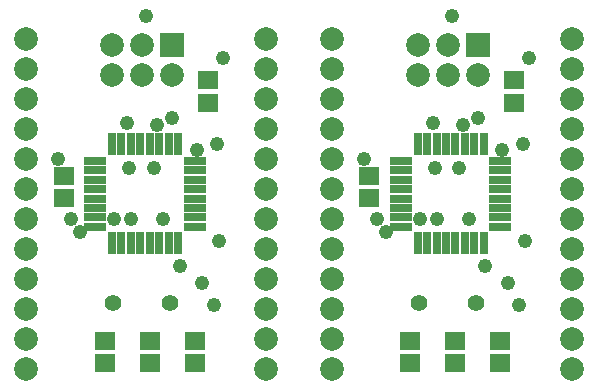
<source format=gts>
G04 DipTrace 2.2.0.9*
%INISPduino.GTS*%
%MOIN*%
%ADD28C,0.048*%
%ADD29R,0.0789X0.0789*%
%ADD31C,0.0789*%
%ADD33R,0.0671X0.0592*%
%ADD35C,0.056*%
%ADD37R,0.0277X0.0749*%
%ADD39R,0.0749X0.0277*%
%FSLAX44Y44*%
%SFA1B1*%
%OFA0B0*%
G04*
G70*
G90*
G75*
G01*
%LNTopMask*%
%LPD*%
D28*
X9378Y9878D3*
X6628Y9441D3*
X9066Y11566D3*
X9941Y8315D3*
X10691Y7753D3*
X6315Y9878D3*
X11253Y9128D3*
X7753Y9878D3*
X8315D3*
X9191Y13003D3*
X9691Y13253D3*
X11191Y12378D3*
X10503Y12191D3*
X8190Y13066D3*
X8253Y11566D3*
X5878Y11878D3*
X11378Y15254D3*
X8816Y16629D3*
X11066Y7003D3*
X19567Y9878D3*
X16816Y9441D3*
X19254Y11566D3*
X20129Y8315D3*
X20879Y7753D3*
X16504Y9878D3*
X21442Y9128D3*
X17941Y9878D3*
X18504D3*
X19379Y13003D3*
X19879Y13253D3*
X21379Y12378D3*
X20692Y12191D3*
X18379Y13066D3*
X18442Y11566D3*
X16066Y11878D3*
X21567Y15254D3*
X19004Y16629D3*
X21254Y7003D3*
D39*
X7128Y11816D3*
Y11501D3*
Y11186D3*
Y10871D3*
Y10556D3*
Y10241D3*
Y9926D3*
Y9611D3*
D37*
X7679Y9060D3*
X7994D3*
X8309D3*
X8624D3*
X8939D3*
X9254D3*
X9569D3*
X9884D3*
D39*
X10435Y9611D3*
Y9926D3*
Y10241D3*
Y10556D3*
Y10871D3*
Y11186D3*
Y11501D3*
Y11816D3*
D37*
X9884Y12367D3*
X9569D3*
X9254D3*
X8939D3*
X8624D3*
X8309D3*
X7994D3*
X7679D3*
D35*
X9628Y7065D3*
X7728D3*
D33*
X8939Y5066D3*
Y5814D3*
X7439Y5066D3*
Y5814D3*
X10877Y14503D3*
Y13755D3*
X10441Y5065D3*
Y5813D3*
X6065Y10566D3*
Y11314D3*
D31*
X4815Y15879D3*
Y14879D3*
Y13879D3*
Y12879D3*
Y11879D3*
Y10879D3*
Y9879D3*
Y8879D3*
Y7879D3*
Y6879D3*
Y5879D3*
Y4879D3*
X12816Y15879D3*
Y14879D3*
Y13879D3*
Y12879D3*
Y11879D3*
Y10879D3*
Y9879D3*
Y8879D3*
Y7879D3*
Y6879D3*
Y5879D3*
Y4879D3*
D29*
X9691Y15691D3*
D31*
X8691D3*
X7691D3*
Y14691D3*
X8691D3*
X9691D3*
D39*
X17316Y11816D3*
Y11501D3*
Y11186D3*
Y10871D3*
Y10556D3*
Y10241D3*
Y9926D3*
Y9611D3*
D37*
X17868Y9060D3*
X18183D3*
X18498D3*
X18812D3*
X19127D3*
X19442D3*
X19757D3*
X20072D3*
D39*
X20623Y9611D3*
Y9926D3*
Y10241D3*
Y10556D3*
Y10871D3*
Y11186D3*
Y11501D3*
Y11816D3*
D37*
X20072Y12367D3*
X19757D3*
X19442D3*
X19127D3*
X18812D3*
X18498D3*
X18183D3*
X17868D3*
D35*
X19817Y7065D3*
X17917D3*
D33*
X19128Y5066D3*
Y5814D3*
X17628Y5066D3*
Y5814D3*
X21066Y14503D3*
Y13755D3*
X20629Y5065D3*
Y5813D3*
X16254Y10566D3*
Y11314D3*
D31*
X15004Y15879D3*
Y14879D3*
Y13879D3*
Y12879D3*
Y11879D3*
Y10879D3*
Y9879D3*
Y8879D3*
Y7879D3*
Y6879D3*
Y5879D3*
Y4879D3*
X23005Y15879D3*
Y14879D3*
Y13879D3*
Y12879D3*
Y11879D3*
Y10879D3*
Y9879D3*
Y8879D3*
Y7879D3*
Y6879D3*
Y5879D3*
Y4879D3*
D29*
X19879Y15691D3*
D31*
X18879D3*
X17879D3*
Y14691D3*
X18879D3*
X19879D3*
M02*

</source>
